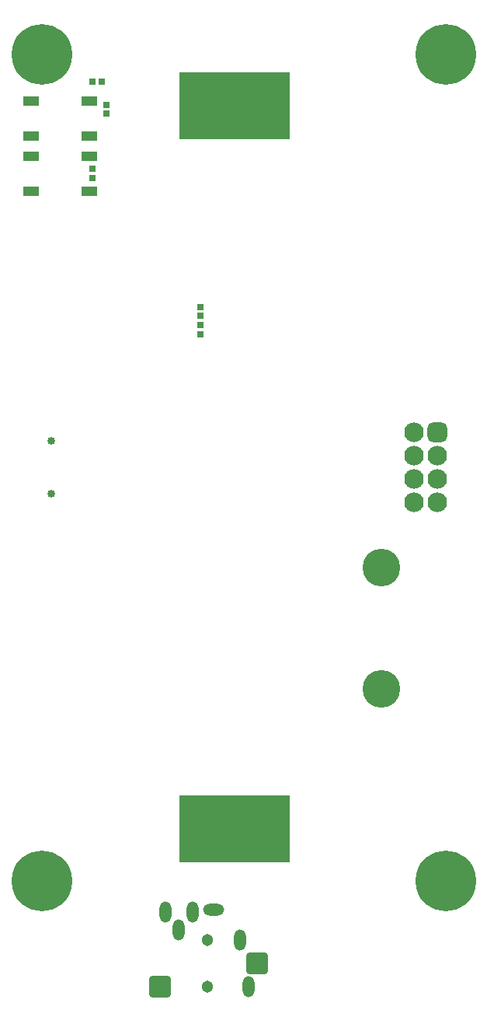
<source format=gbr>
%TF.GenerationSoftware,Altium Limited,Altium Designer,22.5.1 (42)*%
G04 Layer_Color=16711935*
%FSLAX45Y45*%
%MOMM*%
%TF.SameCoordinates,B0F14D10-A82B-43C6-BF60-515EF57ECD05*%
%TF.FilePolarity,Negative*%
%TF.FileFunction,Soldermask,Bot*%
%TF.Part,Single*%
G01*
G75*
%TA.AperFunction,SMDPad,CuDef*%
%ADD119R,12.10000X7.40000*%
%ADD120R,0.75320X0.80320*%
%ADD121R,1.70000X1.10000*%
%ADD122R,0.80320X0.80320*%
%ADD123R,0.80320X0.75320*%
%TA.AperFunction,ComponentPad*%
G04:AMPARAMS|DCode=124|XSize=2.132mm|YSize=2.132mm|CornerRadius=0.558mm|HoleSize=0mm|Usage=FLASHONLY|Rotation=270.000|XOffset=0mm|YOffset=0mm|HoleType=Round|Shape=RoundedRectangle|*
%AMROUNDEDRECTD124*
21,1,2.13200,1.01600,0,0,270.0*
21,1,1.01600,2.13200,0,0,270.0*
1,1,1.11600,-0.50800,-0.50800*
1,1,1.11600,-0.50800,0.50800*
1,1,1.11600,0.50800,0.50800*
1,1,1.11600,0.50800,-0.50800*
%
%ADD124ROUNDEDRECTD124*%
%ADD125C,2.13200*%
%ADD126C,4.10000*%
G04:AMPARAMS|DCode=127|XSize=2.3mm|YSize=1.3mm|CornerRadius=0.65mm|HoleSize=0mm|Usage=FLASHONLY|Rotation=180.000|XOffset=0mm|YOffset=0mm|HoleType=Round|Shape=RoundedRectangle|*
%AMROUNDEDRECTD127*
21,1,2.30000,0.00000,0,0,180.0*
21,1,1.00000,1.30000,0,0,180.0*
1,1,1.30000,-0.50000,0.00000*
1,1,1.30000,0.50000,0.00000*
1,1,1.30000,0.50000,0.00000*
1,1,1.30000,-0.50000,0.00000*
%
%ADD127ROUNDEDRECTD127*%
G04:AMPARAMS|DCode=128|XSize=2.3mm|YSize=1.3mm|CornerRadius=0.65mm|HoleSize=0mm|Usage=FLASHONLY|Rotation=270.000|XOffset=0mm|YOffset=0mm|HoleType=Round|Shape=RoundedRectangle|*
%AMROUNDEDRECTD128*
21,1,2.30000,0.00000,0,0,270.0*
21,1,1.00000,1.30000,0,0,270.0*
1,1,1.30000,0.00000,-0.50000*
1,1,1.30000,0.00000,0.50000*
1,1,1.30000,0.00000,0.50000*
1,1,1.30000,0.00000,-0.50000*
%
%ADD128ROUNDEDRECTD128*%
G04:AMPARAMS|DCode=129|XSize=2.3mm|YSize=2.3mm|CornerRadius=0.27mm|HoleSize=0mm|Usage=FLASHONLY|Rotation=270.000|XOffset=0mm|YOffset=0mm|HoleType=Round|Shape=RoundedRectangle|*
%AMROUNDEDRECTD129*
21,1,2.30000,1.76000,0,0,270.0*
21,1,1.76000,2.30000,0,0,270.0*
1,1,0.54000,-0.88000,-0.88000*
1,1,0.54000,-0.88000,0.88000*
1,1,0.54000,0.88000,0.88000*
1,1,0.54000,0.88000,-0.88000*
%
%ADD129ROUNDEDRECTD129*%
%ADD130C,1.30320*%
%ADD131C,0.10000*%
%ADD132C,0.85320*%
%TA.AperFunction,ViaPad*%
%ADD133C,6.60000*%
D119*
X16Y-3935000D02*
D03*
Y3935000D02*
D03*
D120*
X-370000Y1450000D02*
D03*
X-369999Y1550000D02*
D03*
X-1400000Y3850000D02*
D03*
X-1400000Y3950000D02*
D03*
X-370000Y1650000D02*
D03*
X-369999Y1750000D02*
D03*
D121*
X-1580000Y3390000D02*
D03*
Y3010000D02*
D03*
X-2220000D02*
D03*
Y3390000D02*
D03*
X-1580000Y3990000D02*
D03*
Y3610000D02*
D03*
X-2220000D02*
D03*
Y3990000D02*
D03*
D122*
X-1549991Y3150003D02*
D03*
Y3250010D02*
D03*
D123*
X-1450000Y4200000D02*
D03*
X-1550000Y4200000D02*
D03*
D124*
X2209000Y381000D02*
D03*
D125*
Y127000D02*
D03*
Y-127000D02*
D03*
Y-381000D02*
D03*
X1955000D02*
D03*
Y-127000D02*
D03*
Y127000D02*
D03*
Y381000D02*
D03*
D126*
X1600000Y-1090000D02*
D03*
Y-2410000D02*
D03*
D127*
X-230000Y-4820000D02*
D03*
D128*
X60000Y-5150000D02*
D03*
X-460000Y-4840000D02*
D03*
X150000Y-5650000D02*
D03*
X-610000Y-5040000D02*
D03*
X-750000Y-4840000D02*
D03*
D129*
X-810000Y-5650000D02*
D03*
X250000Y-5400000D02*
D03*
D130*
X-300000Y-5650000D02*
D03*
Y-5150000D02*
D03*
D131*
X800016Y2760000D02*
D03*
X-799984Y-2760000D02*
D03*
X800016Y-3580000D02*
D03*
X-1992000Y1718000D02*
D03*
X-1992000Y2398000D02*
D03*
D132*
X-1995000Y-289000D02*
D03*
Y289000D02*
D03*
D133*
X-2100000Y-4500000D02*
D03*
X2300000D02*
D03*
Y4500000D02*
D03*
X-2100000D02*
D03*
%TF.MD5,55fad9da878d794c1c83f7bd21e817e0*%
M02*

</source>
